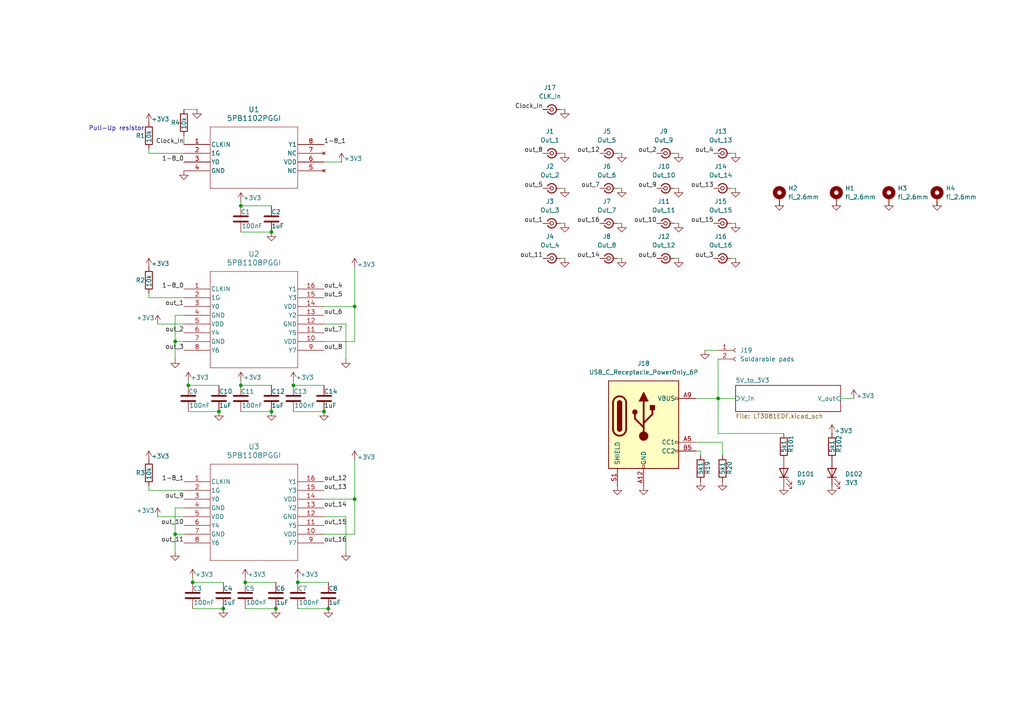
<source format=kicad_sch>
(kicad_sch (version 20250114) (generator "eeschema") (generator_version "9.0")
  (paper "A4")
  (title_block (title "16 Channels Clock Buffer") (date "2025-01-07") (rev "REV 0") (company "TU Darmstadt") (comment 1 "Author: Dr. Alexandru Enciu"))
  (lib_symbols
    (symbol "0_lib:5PB1102PGGI" (pin_names (offset 0.254))
      (property "Reference" "U" (at 20.32 10.16 0))
      (property "Value" "5PB1102PGGI" (at 20.32 7.62 0))
      (symbol "5PB1102PGGI_0_1"
        (polyline (pts (xy 7.62 5.08) (xy 7.62 -12.7)) (stroke (width 0.127)))
        (polyline (pts (xy 7.62 -12.7) (xy 33.02 -12.7)) (stroke (width 0.127)))
        (polyline (pts (xy 33.02 5.08) (xy 7.62 5.08)) (stroke (width 0.127)))
        (polyline (pts (xy 33.02 -12.7) (xy 33.02 5.08)) (stroke (width 0.127)))
        (pin input line (at 0 0 0) (length 7.62) (name "CLKIN") (number "1"))
        (pin input line (at 0 -2.54 0) (length 7.62) (name "1G") (number "2"))
        (pin output line (at 0 -5.08 0) (length 7.62) (name "Y0") (number "3"))
        (pin power_out line (at 0 -7.62 0) (length 7.62) (name "GND") (number "4"))
        (pin output line (at 40.64 0 180) (length 7.62) (name "Y1") (number "8"))
        (pin no_connect line (at 40.64 -2.54 180) (length 7.62) (name "NC") (number "7"))
        (pin power_in line (at 40.64 -5.08 180) (length 7.62) (name "VDD") (number "6"))
        (pin no_connect line (at 40.64 -7.62 180) (length 7.62) (name "NC") (number "5"))
      )
    )
    (symbol "0_lib:5PB1108PGGI" (pin_names (offset 0.254))
      (property "Reference" "U" (at 20.32 10.16 0))
      (property "Value" "5PB1108PGGI" (at 20.32 7.62 0))
      (symbol "5PB1108PGGI_0_1"
        (polyline (pts (xy 7.62 5.08) (xy 7.62 -22.86)) (stroke (width 0.127)))
        (polyline (pts (xy 7.62 -22.86) (xy 33.02 -22.86)) (stroke (width 0.127)))
        (polyline (pts (xy 33.02 5.08) (xy 7.62 5.08)) (stroke (width 0.127)))
        (polyline (pts (xy 33.02 -22.86) (xy 33.02 5.08)) (stroke (width 0.127)))
        (pin input line (at 0 0 0) (length 7.62) (name "CLKIN") (number "1"))
        (pin output line (at 0 -2.54 0) (length 7.62) (name "1G") (number "2"))
        (pin output line (at 0 -5.08 0) (length 7.62) (name "Y0") (number "3"))
        (pin power_out line (at 0 -7.62 0) (length 7.62) (name "GND") (number "4"))
        (pin power_in line (at 0 -10.16 0) (length 7.62) (name "VDD") (number "5"))
        (pin output line (at 0 -12.7 0) (length 7.62) (name "Y4") (number "6"))
        (pin power_out line (at 0 -15.24 0) (length 7.62) (name "GND") (number "7"))
        (pin output line (at 0 -17.78 0) (length 7.62) (name "Y6") (number "8"))
        (pin output line (at 40.64 0 180) (length 7.62) (name "Y1") (number "16"))
        (pin output line (at 40.64 -2.54 180) (length 7.62) (name "Y3") (number "15"))
        (pin power_in line (at 40.64 -5.08 180) (length 7.62) (name "VDD") (number "14"))
        (pin output line (at 40.64 -7.62 180) (length 7.62) (name "Y2") (number "13"))
        (pin power_out line (at 40.64 -10.16 180) (length 7.62) (name "GND") (number "12"))
        (pin output line (at 40.64 -12.7 180) (length 7.62) (name "Y5") (number "11"))
        (pin power_in line (at 40.64 -15.24 180) (length 7.62) (name "VDD") (number "10"))
        (pin output line (at 40.64 -17.78 180) (length 7.62) (name "Y7") (number "9"))
      )
    )
    (symbol "Connector:Conn_01x02_Socket" (pin_names (offset 1.016) (hide yes))
      (property "Reference" "J" (at 0 2.54 0))
      (property "Value" "Conn_01x02_Socket" (at 0 -5.08 0))
      (symbol "Conn_01x02_Socket_1_1"
        (polyline (pts (xy -1.27 0) (xy -0.508 0)) (stroke (width 0.1524)))
        (polyline (pts (xy -1.27 -2.54) (xy -0.508 -2.54)) (stroke (width 0.1524)))
        (arc (start 0 -0.508) (mid -0.5058 0) (end 0 0.508) (stroke (width 0.1524)))
        (arc (start 0 -3.048) (mid -0.5058 -2.54) (end 0 -2.032) (stroke (width 0.1524)))
        (pin passive line (at -5.08 0 0) (length 3.81) (name "Pin_1") (number "1"))
        (pin passive line (at -5.08 -2.54 0) (length 3.81) (name "Pin_2") (number "2"))
      )
    )
    (symbol "Connector:Conn_Coaxial_Small" (pin_numbers (hide yes)) (pin_names (offset 1.016) (hide yes))
      (property "Reference" "J" (at 0.254 3.048 0))
      (property "Value" "Conn_Coaxial_Small" (at 0 -3.81 0))
      (symbol "Conn_Coaxial_Small_0_1"
        (polyline (pts (xy -2.54 0) (xy -0.508 0)))
        (circle (center 0 0) (radius 0.508) (stroke (width 0.2032)))
      )
      (symbol "Conn_Coaxial_Small_1_1"
        (arc (start 1.3484 0.0039) (mid 0.327 -1.308) (end -1.1916 -0.6311) (stroke (width 0.3048)))
        (arc (start -1.1916 0.6311) (mid 0.327 1.3081) (end 1.3484 -0.0039) (stroke (width 0.3048)))
        (pin passive line (at -2.54 0 0) (length 1.27) (name "In") (number "1"))
        (pin passive line (at 2.54 0 180) (length 1.27) (name "Ext") (number "2"))
      )
    )
    (symbol "Connector:USB_C_Receptacle_PowerOnly_6P" (pin_names (offset 1.016))
      (property "Reference" "J" (at 0 16.51 0))
      (property "Value" "USB_C_Receptacle_PowerOnly_6P" (at 0 13.97 0))
      (symbol "USB_C_Receptacle_PowerOnly_6P_0_0"
        (rectangle (start -0.254 -12.7) (end 0.254 -11.684))
        (rectangle (start 10.16 7.874) (end 9.144 7.366))
        (rectangle (start 10.16 -4.826) (end 9.144 -5.334))
        (rectangle (start 10.16 -7.366) (end 9.144 -7.874))
      )
      (symbol "USB_C_Receptacle_PowerOnly_6P_0_1"
        (rectangle (start -10.16 12.7) (end 10.16 -12.7) (stroke (width 0.254)) (fill (type background)))
        (polyline (pts (xy -8.89 -1.27) (xy -8.89 6.35)) (stroke (width 0.508)))
        (rectangle (start -7.62 -1.27) (end -6.35 6.35) (stroke (width 0.254)) (fill (type outline)))
        (arc (start -7.62 6.35) (mid -6.985 6.9823) (end -6.35 6.35) (stroke (width 0.254)))
        (arc (start -7.62 6.35) (mid -6.985 6.9823) (end -6.35 6.35) (stroke (width 0.254)) (fill (type outline)))
        (arc (start -8.89 6.35) (mid -6.985 8.2467) (end -5.08 6.35) (stroke (width 0.508)))
        (arc (start -5.08 -1.27) (mid -6.985 -3.1667) (end -8.89 -1.27) (stroke (width 0.508)))
        (arc (start -6.35 -1.27) (mid -6.985 -1.9023) (end -7.62 -1.27) (stroke (width 0.254)))
        (arc (start -6.35 -1.27) (mid -6.985 -1.9023) (end -7.62 -1.27) (stroke (width 0.254)) (fill (type outline)))
        (polyline (pts (xy -5.08 6.35) (xy -5.08 -1.27)) (stroke (width 0.508)))
        (circle (center -2.54 3.683) (radius 0.635) (stroke (width 0.254)) (fill (type outline)))
        (polyline (pts (xy -1.27 6.858) (xy 0 9.398) (xy 1.27 6.858) (xy -1.27 6.858)) (stroke (width 0.254)) (fill (type outline)))
        (polyline (pts (xy 0 0.508) (xy 2.54 3.048) (xy 2.54 4.318)) (stroke (width 0.508)))
        (polyline (pts (xy 0 -0.762) (xy -2.54 1.778) (xy -2.54 3.048)) (stroke (width 0.508)))
        (polyline (pts (xy 0 -3.302) (xy 0 6.858)) (stroke (width 0.508)))
        (circle (center 0 -3.302) (radius 1.27) (fill (type outline)))
        (rectangle (start 1.905 4.318) (end 3.175 5.588) (stroke (width 0.254)) (fill (type outline)))
      )
      (symbol "USB_C_Receptacle_PowerOnly_6P_1_1"
        (pin passive line (at -7.62 -17.78 90) (length 5.08) (name "SHIELD") (number "S1"))
        (pin passive line (at 0 -17.78 90) (length 5.08) (name "GND") (number "A12"))
        (pin passive line (at 0 -17.78 90) (length 5.08) (hide yes) (name "GND") (number "B12"))
        (pin passive line (at 15.24 7.62 180) (length 5.08) (name "VBUS") (number "A9"))
        (pin passive line (at 15.24 7.62 180) (length 5.08) (hide yes) (name "VBUS") (number "B9"))
        (pin bidirectional line (at 15.24 -5.08 180) (length 5.08) (name "CC1") (number "A5"))
        (pin bidirectional line (at 15.24 -7.62 180) (length 5.08) (name "CC2") (number "B5"))
      )
    )
    (symbol "Device:C" (pin_numbers (hide yes)) (pin_names (offset 0.254))
      (property "Reference" "C" (at 0.635 2.54 0))
      (property "Value" "C" (at 0.635 -2.54 0))
      (symbol "C_0_1"
        (polyline (pts (xy -2.032 0.762) (xy 2.032 0.762)) (stroke (width 0.508)))
        (polyline (pts (xy -2.032 -0.762) (xy 2.032 -0.762)) (stroke (width 0.508)))
      )
      (symbol "C_1_1"
        (pin passive line (at 0 3.81 270) (length 2.794) (name "~") (number "1"))
        (pin passive line (at 0 -3.81 90) (length 2.794) (name "~") (number "2"))
      )
    )
    (symbol "Device:LED" (pin_numbers (hide yes)) (pin_names (offset 1.016) (hide yes))
      (property "Reference" "D" (at 0 2.54 0))
      (property "Value" "LED" (at 0 -2.54 0))
      (symbol "LED_0_1"
        (polyline (pts (xy -3.048 -0.762) (xy -4.572 -2.286) (xy -3.81 -2.286) (xy -4.572 -2.286) (xy -4.572 -1.524)))
        (polyline (pts (xy -1.778 -0.762) (xy -3.302 -2.286) (xy -2.54 -2.286) (xy -3.302 -2.286) (xy -3.302 -1.524)))
        (polyline (pts (xy -1.27 0) (xy 1.27 0)))
        (polyline (pts (xy -1.27 -1.27) (xy -1.27 1.27)) (stroke (width 0.254)))
        (polyline (pts (xy 1.27 -1.27) (xy 1.27 1.27) (xy -1.27 0) (xy 1.27 -1.27)) (stroke (width 0.254)))
      )
      (symbol "LED_1_1"
        (pin passive line (at -3.81 0 0) (length 2.54) (name "K") (number "1"))
        (pin passive line (at 3.81 0 180) (length 2.54) (name "A") (number "2"))
      )
    )
    (symbol "Device:R" (pin_numbers (hide yes)) (pin_names (offset 0))
      (property "Reference" "R" (at 2.032 0 90))
      (property "Value" "R" (at 0 0 90))
      (symbol "R_0_1"
        (rectangle (start -1.016 -2.54) (end 1.016 2.54) (stroke (width 0.254)))
      )
      (symbol "R_1_1"
        (pin passive line (at 0 3.81 270) (length 1.27) (name "~") (number "1"))
        (pin passive line (at 0 -3.81 90) (length 1.27) (name "~") (number "2"))
      )
    )
    (symbol "Mechanical:MountingHole_Pad" (pin_numbers (hide yes)) (pin_names (offset 1.016) (hide yes)) (in_bom no)
      (property "Reference" "H" (at 0 6.35 0))
      (property "Value" "MountingHole_Pad" (at 0 4.445 0))
      (symbol "MountingHole_Pad_0_1"
        (circle (center 0 1.27) (radius 1.27) (stroke (width 1.27)))
      )
      (symbol "MountingHole_Pad_1_1"
        (pin input line (at 0 -2.54 90) (length 2.54) (name "1") (number "1"))
      )
    )
    (symbol "power:+3V3" (power) (pin_numbers (hide yes)) (pin_names (offset 0) (hide yes))
      (property "Value" "+3V3" (at 0 3.556 0))
      (symbol "+3V3_0_1"
        (polyline (pts (xy -0.762 1.27) (xy 0 2.54)))
        (polyline (pts (xy 0 2.54) (xy 0.762 1.27)))
        (polyline (pts (xy 0 0) (xy 0 2.54)))
      )
      (symbol "+3V3_1_1"
        (pin power_in line (at 0 0 90) (length 0) (name "~") (number "1"))
      )
    )
    (symbol "power:GND" (power) (pin_numbers (hide yes)) (pin_names (offset 0) (hide yes))
      (property "Value" "GND" (at 0 -3.81 0))
      (symbol "GND_0_1"
        (polyline (pts (xy 0 0) (xy 0 -1.27) (xy 1.27 -1.27) (xy 0 -2.54) (xy -1.27 -1.27) (xy 0 -1.27)))
      )
      (symbol "GND_1_1"
        (pin power_in line (at 0 0 270) (length 0) (name "~") (number "1"))
      )
    )
  )
  (text "Pull-Up resistor" (at 33.782 37.338 0) (effects (font (size 1.27 1.27))))
  (junction (at 54.61 111.76))
  (junction (at 71.12 168.91))
  (junction (at 55.88 168.91))
  (junction (at 50.8 154.94))
  (junction (at 102.87 144.78))
  (junction (at 85.09 111.76))
  (junction (at 208.28 115.57))
  (junction (at 64.77 176.53))
  (junction (at 102.87 88.9))
  (junction (at 80.01 176.53))
  (junction (at 69.85 111.76))
  (junction (at 63.5 119.38))
  (junction (at 95.25 176.53))
  (junction (at 86.36 168.91))
  (junction (at 78.74 67.31))
  (junction (at 50.8 99.06))
  (junction (at 78.74 119.38))
  (junction (at 69.85 59.69))
  (junction (at 93.98 119.38))
  (wire (pts (xy 163.83 64.77) (xy 162.56 64.77)))
  (wire (pts (xy 102.87 88.9) (xy 102.87 99.06)))
  (wire (pts (xy 257.81 58.42) (xy 257.81 59.69)))
  (wire (pts (xy 243.84 115.57) (xy 247.65 115.57)))
  (wire (pts (xy 55.88 168.91) (xy 64.77 168.91)))
  (wire (pts (xy 69.85 67.31) (xy 78.74 67.31)))
  (wire (pts (xy 93.98 46.99) (xy 99.06 46.99)))
  (wire (pts (xy 163.83 31.75) (xy 162.56 31.75)))
  (wire (pts (xy 204.47 101.6) (xy 208.28 101.6)))
  (wire (pts (xy 208.28 104.14) (xy 208.28 115.57)))
  (wire (pts (xy 71.12 168.91) (xy 80.01 168.91)))
  (wire (pts (xy 180.34 44.45) (xy 179.07 44.45)))
  (wire (pts (xy 43.18 43.18) (xy 43.18 44.45)))
  (wire (pts (xy 85.09 111.76) (xy 93.98 111.76)))
  (wire (pts (xy 69.85 59.69) (xy 78.74 59.69)))
  (wire (pts (xy 201.93 128.27) (xy 209.55 128.27)))
  (wire (pts (xy 102.87 154.94) (xy 93.98 154.94)))
  (wire (pts (xy 71.12 167.64) (xy 71.12 168.91)))
  (wire (pts (xy 213.36 54.61) (xy 212.09 54.61)))
  (wire (pts (xy 50.8 154.94) (xy 53.34 154.94)))
  (wire (pts (xy 242.57 58.42) (xy 242.57 59.69)))
  (wire (pts (xy 54.61 111.76) (xy 63.5 111.76)))
  (wire (pts (xy 213.36 64.77) (xy 212.09 64.77)))
  (wire (pts (xy 50.8 147.32) (xy 50.8 154.94)))
  (wire (pts (xy 102.87 133.35) (xy 102.87 144.78)))
  (wire (pts (xy 50.8 99.06) (xy 50.8 104.14)))
  (wire (pts (xy 196.85 74.93) (xy 195.58 74.93)))
  (wire (pts (xy 100.33 149.86) (xy 93.98 149.86)))
  (wire (pts (xy 53.34 91.44) (xy 50.8 91.44)))
  (wire (pts (xy 213.36 44.45) (xy 212.09 44.45)))
  (wire (pts (xy 53.34 31.75) (xy 57.15 31.75)))
  (wire (pts (xy 227.33 125.73) (xy 208.28 125.73)))
  (wire (pts (xy 69.85 111.76) (xy 78.74 111.76)))
  (wire (pts (xy 43.18 44.45) (xy 53.34 44.45)))
  (wire (pts (xy 180.34 54.61) (xy 179.07 54.61)))
  (wire (pts (xy 69.85 119.38) (xy 78.74 119.38)))
  (wire (pts (xy 163.83 74.93) (xy 162.56 74.93)))
  (wire (pts (xy 100.33 93.98) (xy 93.98 93.98)))
  (wire (pts (xy 53.34 39.37) (xy 53.34 41.91)))
  (wire (pts (xy 208.28 125.73) (xy 208.28 115.57)))
  (wire (pts (xy 102.87 99.06) (xy 93.98 99.06)))
  (wire (pts (xy 53.34 142.24) (xy 43.18 142.24)))
  (wire (pts (xy 196.85 54.61) (xy 195.58 54.61)))
  (wire (pts (xy 201.93 115.57) (xy 208.28 115.57)))
  (wire (pts (xy 53.34 86.36) (xy 43.18 86.36)))
  (wire (pts (xy 53.34 147.32) (xy 50.8 147.32)))
  (wire (pts (xy 180.34 74.93) (xy 179.07 74.93)))
  (wire (pts (xy 163.83 54.61) (xy 162.56 54.61)))
  (wire (pts (xy 180.34 64.77) (xy 179.07 64.77)))
  (wire (pts (xy 86.36 167.64) (xy 86.36 168.91)))
  (wire (pts (xy 203.2 130.81) (xy 203.2 132.08)))
  (wire (pts (xy 43.18 140.97) (xy 43.18 142.24)))
  (wire (pts (xy 45.72 149.86) (xy 53.34 149.86)))
  (wire (pts (xy 93.98 88.9) (xy 102.87 88.9)))
  (wire (pts (xy 163.83 44.45) (xy 162.56 44.45)))
  (wire (pts (xy 226.06 58.42) (xy 226.06 59.69)))
  (wire (pts (xy 69.85 58.42) (xy 69.85 59.69)))
  (wire (pts (xy 50.8 154.94) (xy 50.8 160.02)))
  (wire (pts (xy 54.61 110.49) (xy 54.61 111.76)))
  (wire (pts (xy 213.36 74.93) (xy 212.09 74.93)))
  (wire (pts (xy 100.33 160.02) (xy 100.33 149.86)))
  (wire (pts (xy 86.36 168.91) (xy 95.25 168.91)))
  (wire (pts (xy 196.85 64.77) (xy 195.58 64.77)))
  (wire (pts (xy 102.87 77.47) (xy 102.87 88.9)))
  (wire (pts (xy 102.87 144.78) (xy 102.87 154.94)))
  (wire (pts (xy 50.8 99.06) (xy 53.34 99.06)))
  (wire (pts (xy 55.88 167.64) (xy 55.88 168.91)))
  (wire (pts (xy 196.85 44.45) (xy 195.58 44.45)))
  (wire (pts (xy 50.8 91.44) (xy 50.8 99.06)))
  (wire (pts (xy 43.18 85.09) (xy 43.18 86.36)))
  (wire (pts (xy 54.61 119.38) (xy 63.5 119.38)))
  (wire (pts (xy 55.88 176.53) (xy 64.77 176.53)))
  (wire (pts (xy 100.33 104.14) (xy 100.33 93.98)))
  (wire (pts (xy 45.72 93.98) (xy 53.34 93.98)))
  (wire (pts (xy 86.36 176.53) (xy 95.25 176.53)))
  (wire (pts (xy 201.93 130.81) (xy 203.2 130.81)))
  (wire (pts (xy 71.12 176.53) (xy 80.01 176.53)))
  (wire (pts (xy 85.09 119.38) (xy 93.98 119.38)))
  (wire (pts (xy 271.78 58.42) (xy 271.78 59.69)))
  (wire (pts (xy 85.09 110.49) (xy 85.09 111.76)))
  (wire (pts (xy 208.28 115.57) (xy 213.36 115.57)))
  (wire (pts (xy 209.55 128.27) (xy 209.55 132.08)))
  (wire (pts (xy 69.85 110.49) (xy 69.85 111.76)))
  (wire (pts (xy 93.98 144.78) (xy 102.87 144.78)))
  (label "out_2" (at 53.34 96.52 180))
  (label "Clock_In" (at 53.34 41.91 180))
  (label "out_8" (at 157.48 44.45 180))
  (label "out_3" (at 53.34 101.6 180))
  (label "out_12" (at 93.98 139.7 0))
  (label "out_11" (at 157.48 74.93 180))
  (label "out_1" (at 157.48 64.77 180))
  (label "1-8_1" (at 53.34 139.7 180))
  (label "out_4" (at 207.01 44.45 180))
  (label "out_8" (at 93.98 101.6 0))
  (label "out_11" (at 53.34 157.48 180))
  (label "1-8_0" (at 53.34 46.99 180))
  (label "out_10" (at 190.5 64.77 180))
  (label "out_10" (at 53.34 152.4 180))
  (label "out_9" (at 53.34 144.78 180))
  (label "out_4" (at 93.98 83.82 0))
  (label "out_2" (at 190.5 44.45 180))
  (label "out_12" (at 173.99 44.45 180))
  (label "out_16" (at 173.99 64.77 180))
  (label "1-8_1" (at 93.98 41.91 0))
  (label "Clock_In" (at 157.48 31.75 180))
  (label "out_14" (at 93.98 147.32 0))
  (label "out_7" (at 173.99 54.61 180))
  (label "out_16" (at 93.98 157.48 0))
  (label "out_6" (at 93.98 91.44 0))
  (label "out_14" (at 173.99 74.93 180))
  (label "out_15" (at 207.01 64.77 180))
  (label "out_3" (at 207.01 74.93 180))
  (label "out_5" (at 93.98 86.36 0))
  (label "out_1" (at 53.34 88.9 180))
  (label "out_5" (at 157.48 54.61 180))
  (label "out_9" (at 190.5 54.61 180))
  (label "out_13" (at 93.98 142.24 0))
  (label "1-8_0" (at 53.34 83.82 180))
  (label "out_6" (at 190.5 74.93 180))
  (label "out_13" (at 207.01 54.61 180))
  (label "out_15" (at 93.98 152.4 0))
  (label "out_7" (at 93.98 96.52 0))
  (symbol (lib_id "Device:C") (at 86.36 172.72 0) (unit 1)
    (property "Reference" "C7" (at 86.36 170.688 0) (effects (justify left)))
    (property "Value" "100nF" (at 86.614 174.752 0) (effects (justify left)))
    (property "Footprint" "Capacitor_SMD:C_0402_1005Metric" (effects (hide yes)))
    (property "Description" "Unpolarized capacitor" (effects (hide yes)))
  )
  (symbol (lib_id "power:GND") (at 204.47 101.6 0) (unit 1)
    (property "Reference" "#PWR050" (effects (hide yes)))
    (property "Value" "GND" (effects (hide yes)))
    (property "Description" "Power symbol creates a global label with name \"GND\" , ground" (effects (hide yes)))
  )
  (symbol (lib_id "Device:R") (at 209.55 135.89 0) (unit 1)
    (property "Reference" "R20" (at 211.582 137.668 90) (effects (justify left)))
    (property "Value" "5k1" (at 209.55 137.668 90) (effects (justify left)))
    (property "Footprint" "Resistor_SMD:R_0402_1005Metric" (effects (hide yes)))
    (property "Description" "Resistor" (effects (hide yes)))
  )
  (symbol (lib_id "Device:C") (at 85.09 115.57 0) (unit 1)
    (property "Reference" "C13" (at 85.09 113.538 0) (effects (justify left)))
    (property "Value" "100nF" (at 85.344 117.602 0) (effects (justify left)))
    (property "Footprint" "Capacitor_SMD:C_0402_1005Metric" (effects (hide yes)))
    (property "Description" "Unpolarized capacitor" (effects (hide yes)))
  )
  (symbol (lib_id "Connector:Conn_Coaxial_Small") (at 160.02 44.45 0) (unit 1)
    (property "Reference" "J1" (at 159.5004 38.1 0))
    (property "Value" "Out_1" (at 159.5004 40.64 0))
    (property "Footprint" "0_lib:LINX_CONMCX002-SMD-T" (effects (hide yes)))
    (property "Description" "small coaxial connector (BNC, SMA, SMB, SMC, Cinch/RCA, LEMO, ...)" (effects (hide yes)))
  )
  (symbol (lib_id "power:GND") (at 80.01 176.53 0) (unit 1)
    (property "Reference" "#PWR019" (effects (hide yes)))
    (property "Value" "GND" (effects (hide yes)))
    (property "Description" "Power symbol creates a global label with name \"GND\" , ground" (effects (hide yes)))
  )
  (symbol (lib_id "power:GND") (at 50.8 104.14 0) (unit 1)
    (property "Reference" "#PWR06" (effects (hide yes)))
    (property "Value" "GND" (effects (hide yes)))
    (property "Description" "Power symbol creates a global label with name \"GND\" , ground" (effects (hide yes)))
  )
  (symbol (lib_id "Device:C") (at 71.12 172.72 0) (unit 1)
    (property "Reference" "C5" (at 71.12 170.688 0) (effects (justify left)))
    (property "Value" "100nF" (at 71.374 174.752 0) (effects (justify left)))
    (property "Footprint" "Capacitor_SMD:C_0402_1005Metric" (effects (hide yes)))
    (property "Description" "Unpolarized capacitor" (effects (hide yes)))
  )
  (symbol (lib_id "power:GND") (at 213.36 44.45 0) (unit 1)
    (property "Reference" "#PWR040" (effects (hide yes)))
    (property "Value" "GND" (effects (hide yes)))
    (property "Description" "Power symbol creates a global label with name \"GND\" , ground" (effects (hide yes)))
  )
  (symbol (lib_id "power:+3V3") (at 43.18 133.35 0) (unit 1)
    (property "Reference" "#PWR011" (effects (hide yes)))
    (property "Value" "+3V3" (at 46.482 132.334 0))
    (property "Description" "Power symbol creates a global label with name \"+3V3\"" (effects (hide yes)))
  )
  (symbol (lib_id "power:+3V3") (at 241.3 125.73 0) (unit 1)
    (property "Reference" "#PWR0108" (effects (hide yes)))
    (property "Value" "+3V3" (at 244.602 124.968 0))
    (property "Description" "Power symbol creates a global label with name \"+3V3\"" (effects (hide yes)))
  )
  (symbol (lib_id "power:GND") (at 180.34 74.93 0) (unit 1)
    (property "Reference" "#PWR035" (effects (hide yes)))
    (property "Value" "GND" (effects (hide yes)))
    (property "Description" "Power symbol creates a global label with name \"GND\" , ground" (effects (hide yes)))
  )
  (symbol (lib_id "Device:R") (at 241.3 129.54 0) (unit 1)
    (property "Reference" "R102" (at 243.332 131.318 90) (effects (justify left)))
    (property "Value" "5k1" (at 241.3 131.318 90) (effects (justify left)))
    (property "Footprint" "Resistor_SMD:R_0402_1005Metric" (effects (hide yes)))
    (property "Description" "Resistor" (effects (hide yes)))
  )
  (symbol (lib_id "Mechanical:MountingHole_Pad") (at 271.78 57.15 0) (unit 1) (in_bom no)
    (property "Reference" "H4" (at 274.32 54.6099 0) (effects (justify left)))
    (property "Value" "fi_2.6mm" (at 274.32 57.1499 0) (effects (justify left)))
    (property "Footprint" "MountingHole:MountingHole_2.7mm_M2.5_Pad_Via" (effects (hide yes)))
    (property "Description" "Mounting Hole with connection" (effects (hide yes)))
  )
  (symbol (lib_id "Connector:Conn_Coaxial_Small") (at 193.04 44.45 0) (unit 1)
    (property "Reference" "J9" (at 192.5204 38.1 0))
    (property "Value" "Out_9" (at 192.5204 40.64 0))
    (property "Footprint" "0_lib:LINX_CONMCX002-SMD-T" (effects (hide yes)))
    (property "Description" "small coaxial connector (BNC, SMA, SMB, SMC, Cinch/RCA, LEMO, ...)" (effects (hide yes)))
  )
  (symbol (lib_id "Device:LED") (at 241.3 137.16 90) (unit 1)
    (property "Reference" "D102" (at 245.11 137.4774 90) (effects (justify right)))
    (property "Value" "3V3" (at 245.11 140.0174 90) (effects (justify right)))
    (property "Footprint" "LED_SMD:LED_0603_1608Metric" (effects (hide yes)))
    (property "Description" "Light emitting diode" (effects (hide yes)))
    (property "Sim.Pins" "1=K 2=A" (effects (hide yes)))
  )
  (symbol (lib_id "power:GND") (at 179.07 140.97 0) (unit 1)
    (property "Reference" "#PWR0104" (effects (hide yes)))
    (property "Value" "GND" (effects (hide yes)))
    (property "Description" "Power symbol creates a global label with name \"GND\" , ground" (effects (hide yes)))
  )
  (symbol (lib_id "Connector:USB_C_Receptacle_PowerOnly_6P") (at 186.69 123.19 0) (unit 1)
    (property "Reference" "J18" (at 186.69 105.41 0))
    (property "Value" "USB_C_Receptacle_PowerOnly_6P" (at 186.69 107.95 0))
    (property "Footprint" "0_lib:CONN6_USB4125_GCT" (effects (hide yes)))
    (property "Datasheet" "https://www.usb.org/sites/default/files/documents/usb_type-c.zip" (effects (hide yes)))
    (property "Description" "USB Power-Only 6P Type-C Receptacle connector" (effects (hide yes)))
  )
  (symbol (lib_id "power:GND") (at 163.83 54.61 0) (unit 1)
    (property "Reference" "#PWR029" (effects (hide yes)))
    (property "Value" "GND" (effects (hide yes)))
    (property "Description" "Power symbol creates a global label with name \"GND\" , ground" (effects (hide yes)))
  )
  (symbol (lib_id "Device:C") (at 64.77 172.72 0) (unit 1)
    (property "Reference" "C4" (at 64.77 170.688 0) (effects (justify left)))
    (property "Value" "1uF" (at 64.77 174.752 0) (effects (justify left)))
    (property "Footprint" "Capacitor_SMD:C_0402_1005Metric" (effects (hide yes)))
    (property "Description" "Unpolarized capacitor" (effects (hide yes)))
  )
  (symbol (lib_id "Connector:Conn_Coaxial_Small") (at 176.53 74.93 0) (unit 1)
    (property "Reference" "J8" (at 176.0104 68.58 0))
    (property "Value" "Out_8" (at 176.0104 71.12 0))
    (property "Footprint" "0_lib:LINX_CONMCX002-SMD-T" (effects (hide yes)))
    (property "Description" "small coaxial connector (BNC, SMA, SMB, SMC, Cinch/RCA, LEMO, ...)" (effects (hide yes)))
  )
  (symbol (lib_id "Connector:Conn_Coaxial_Small") (at 193.04 74.93 0) (unit 1)
    (property "Reference" "J12" (at 192.5204 68.58 0))
    (property "Value" "Out_12" (at 192.5204 71.12 0))
    (property "Footprint" "0_lib:LINX_CONMCX002-SMD-T" (effects (hide yes)))
    (property "Description" "small coaxial connector (BNC, SMA, SMB, SMC, Cinch/RCA, LEMO, ...)" (effects (hide yes)))
  )
  (symbol (lib_id "power:+3V3") (at 102.87 133.35 0) (unit 1)
    (property "Reference" "#PWR015" (effects (hide yes)))
    (property "Value" "+3V3" (at 106.172 132.588 0))
    (property "Description" "Power symbol creates a global label with name \"+3V3\"" (effects (hide yes)))
  )
  (symbol (lib_id "power:+3V3") (at 86.36 167.64 0) (unit 1)
    (property "Reference" "#PWR020" (effects (hide yes)))
    (property "Value" "+3V3" (at 89.662 166.624 0))
    (property "Description" "Power symbol creates a global label with name \"+3V3\"" (effects (hide yes)))
  )
  (symbol (lib_id "power:GND") (at 63.5 119.38 0) (unit 1)
    (property "Reference" "#PWR023" (effects (hide yes)))
    (property "Value" "GND" (effects (hide yes)))
    (property "Description" "Power symbol creates a global label with name \"GND\" , ground" (effects (hide yes)))
  )
  (symbol (lib_id "power:+3V3") (at 71.12 167.64 0) (unit 1)
    (property "Reference" "#PWR018" (effects (hide yes)))
    (property "Value" "+3V3" (at 74.422 166.624 0))
    (property "Description" "Power symbol creates a global label with name \"+3V3\"" (effects (hide yes)))
  )
  (symbol (lib_id "power:+3V3") (at 45.72 93.98 0) (unit 1)
    (property "Reference" "#PWR04" (effects (hide yes)))
    (property "Value" "+3V3" (at 42.164 92.202 0))
    (property "Description" "Power symbol creates a global label with name \"+3V3\"" (effects (hide yes)))
  )
  (symbol (lib_id "0_lib:5PB1108PGGI") (at 53.34 83.82 0) (unit 1)
    (property "Reference" "U2" (at 73.66 73.66 0) (effects (font (size 1.524 1.524))))
    (property "Value" "5PB1108PGGI" (at 73.66 76.2 0) (effects (font (size 1.524 1.524))))
    (property "Footprint" "0_lib:5PB1108PGGI_REN" (effects (hide yes)))
    (property "Datasheet" "5PB1108PGGI" (effects (hide yes)))
  )
  (symbol (lib_id "power:+3V3") (at 247.65 115.57 0) (unit 1)
    (property "Reference" "#PWR0107" (effects (hide yes)))
    (property "Value" "+3V3" (at 250.952 114.808 0))
    (property "Description" "Power symbol creates a global label with name \"+3V3\"" (effects (hide yes)))
  )
  (symbol (lib_id "Device:LED") (at 227.33 137.16 90) (unit 1)
    (property "Reference" "D101" (at 231.14 137.4774 90) (effects (justify right)))
    (property "Value" "5V" (at 231.14 140.0174 90) (effects (justify right)))
    (property "Footprint" "LED_SMD:LED_0603_1608Metric" (effects (hide yes)))
    (property "Description" "Light emitting diode" (effects (hide yes)))
    (property "Sim.Pins" "1=K 2=A" (effects (hide yes)))
  )
  (symbol (lib_id "power:GND") (at 95.25 176.53 0) (unit 1)
    (property "Reference" "#PWR021" (effects (hide yes)))
    (property "Value" "GND" (effects (hide yes)))
    (property "Description" "Power symbol creates a global label with name \"GND\" , ground" (effects (hide yes)))
  )
  (symbol (lib_id "Connector:Conn_Coaxial_Small") (at 209.55 64.77 0) (unit 1)
    (property "Reference" "J15" (at 209.0304 58.42 0))
    (property "Value" "Out_15" (at 209.0304 60.96 0))
    (property "Footprint" "0_lib:LINX_CONMCX002-SMD-T" (effects (hide yes)))
    (property "Description" "small coaxial connector (BNC, SMA, SMB, SMC, Cinch/RCA, LEMO, ...)" (effects (hide yes)))
  )
  (symbol (lib_id "power:GND") (at 163.83 31.75 0) (unit 1)
    (property "Reference" "#PWR044" (effects (hide yes)))
    (property "Value" "GND" (effects (hide yes)))
    (property "Description" "Power symbol creates a global label with name \"GND\" , ground" (effects (hide yes)))
  )
  (symbol (lib_id "power:GND") (at 100.33 104.14 0) (unit 1)
    (property "Reference" "#PWR07" (effects (hide yes)))
    (property "Value" "GND" (effects (hide yes)))
    (property "Description" "Power symbol creates a global label with name \"GND\" , ground" (effects (hide yes)))
  )
  (symbol (lib_id "power:+3V3") (at 69.85 110.49 0) (unit 1)
    (property "Reference" "#PWR024" (effects (hide yes)))
    (property "Value" "+3V3" (at 73.152 109.474 0))
    (property "Description" "Power symbol creates a global label with name \"+3V3\"" (effects (hide yes)))
  )
  (symbol (lib_id "power:GND") (at 227.33 140.97 0) (unit 1)
    (property "Reference" "#PWR0103" (effects (hide yes)))
    (property "Value" "GND" (effects (hide yes)))
    (property "Description" "Power symbol creates a global label with name \"GND\" , ground" (effects (hide yes)))
  )
  (symbol (lib_id "power:GND") (at 226.06 58.42 0) (unit 1)
    (property "Reference" "#PWR046" (effects (hide yes)))
    (property "Value" "GND" (effects (hide yes)))
    (property "Description" "Power symbol creates a global label with name \"GND\" , ground" (effects (hide yes)))
  )
  (symbol (lib_id "power:GND") (at 196.85 44.45 0) (unit 1)
    (property "Reference" "#PWR036" (effects (hide yes)))
    (property "Value" "GND" (effects (hide yes)))
    (property "Description" "Power symbol creates a global label with name \"GND\" , ground" (effects (hide yes)))
  )
  (symbol (lib_id "Connector:Conn_Coaxial_Small") (at 160.02 64.77 0) (unit 1)
    (property "Reference" "J3" (at 159.5004 58.42 0))
    (property "Value" "Out_3" (at 159.5004 60.96 0))
    (property "Footprint" "0_lib:LINX_CONMCX002-SMD-T" (effects (hide yes)))
    (property "Description" "small coaxial connector (BNC, SMA, SMB, SMC, Cinch/RCA, LEMO, ...)" (effects (hide yes)))
  )
  (symbol (lib_id "power:GND") (at 209.55 139.7 0) (unit 1)
    (property "Reference" "#PWR0102" (effects (hide yes)))
    (property "Value" "GND" (effects (hide yes)))
    (property "Description" "Power symbol creates a global label with name \"GND\" , ground" (effects (hide yes)))
  )
  (symbol (lib_id "power:+3V3") (at 85.09 110.49 0) (unit 1)
    (property "Reference" "#PWR026" (effects (hide yes)))
    (property "Value" "+3V3" (at 88.392 109.474 0))
    (property "Description" "Power symbol creates a global label with name \"+3V3\"" (effects (hide yes)))
  )
  (symbol (lib_id "Device:C") (at 69.85 115.57 0) (unit 1)
    (property "Reference" "C11" (at 69.85 113.538 0) (effects (justify left)))
    (property "Value" "100nF" (at 70.104 117.602 0) (effects (justify left)))
    (property "Footprint" "Capacitor_SMD:C_0402_1005Metric" (effects (hide yes)))
    (property "Description" "Unpolarized capacitor" (effects (hide yes)))
  )
  (symbol (lib_id "Device:C") (at 95.25 172.72 0) (unit 1)
    (property "Reference" "C8" (at 95.25 170.688 0) (effects (justify left)))
    (property "Value" "1uF" (at 95.25 174.752 0) (effects (justify left)))
    (property "Footprint" "Capacitor_SMD:C_0402_1005Metric" (effects (hide yes)))
    (property "Description" "Unpolarized capacitor" (effects (hide yes)))
  )
  (symbol (lib_id "Connector:Conn_Coaxial_Small") (at 193.04 64.77 0) (unit 1)
    (property "Reference" "J11" (at 192.5204 58.42 0))
    (property "Value" "Out_11" (at 192.5204 60.96 0))
    (property "Footprint" "0_lib:LINX_CONMCX002-SMD-T" (effects (hide yes)))
    (property "Description" "small coaxial connector (BNC, SMA, SMB, SMC, Cinch/RCA, LEMO, ...)" (effects (hide yes)))
  )
  (symbol (lib_id "power:GND") (at 196.85 74.93 0) (unit 1)
    (property "Reference" "#PWR039" (effects (hide yes)))
    (property "Value" "GND" (effects (hide yes)))
    (property "Description" "Power symbol creates a global label with name \"GND\" , ground" (effects (hide yes)))
  )
  (symbol (lib_id "Device:R") (at 43.18 81.28 0) (unit 1)
    (property "Reference" "R2" (at 39.37 81.28 0) (effects (justify left)))
    (property "Value" "10k" (at 43.18 83.312 90) (effects (justify left)))
    (property "Footprint" "Resistor_SMD:R_0402_1005Metric" (effects (hide yes)))
    (property "Description" "Resistor" (effects (hide yes)))
  )
  (symbol (lib_id "Connector:Conn_Coaxial_Small") (at 176.53 64.77 0) (unit 1)
    (property "Reference" "J7" (at 176.0104 58.42 0))
    (property "Value" "Out_7" (at 176.0104 60.96 0))
    (property "Footprint" "0_lib:LINX_CONMCX002-SMD-T" (effects (hide yes)))
    (property "Description" "small coaxial connector (BNC, SMA, SMB, SMC, Cinch/RCA, LEMO, ...)" (effects (hide yes)))
  )
  (symbol (lib_id "power:+3V3") (at 54.61 110.49 0) (unit 1)
    (property "Reference" "#PWR022" (effects (hide yes)))
    (property "Value" "+3V3" (at 57.912 109.474 0))
    (property "Description" "Power symbol creates a global label with name \"+3V3\"" (effects (hide yes)))
  )
  (symbol (lib_id "power:GND") (at 213.36 74.93 0) (unit 1)
    (property "Reference" "#PWR043" (effects (hide yes)))
    (property "Value" "GND" (effects (hide yes)))
    (property "Description" "Power symbol creates a global label with name \"GND\" , ground" (effects (hide yes)))
  )
  (symbol (lib_id "power:GND") (at 241.3 140.97 0) (unit 1)
    (property "Reference" "#PWR0106" (effects (hide yes)))
    (property "Value" "GND" (effects (hide yes)))
    (property "Description" "Power symbol creates a global label with name \"GND\" , ground" (effects (hide yes)))
  )
  (symbol (lib_id "power:+3V3") (at 45.72 149.86 0) (unit 1)
    (property "Reference" "#PWR012" (effects (hide yes)))
    (property "Value" "+3V3" (at 42.164 148.082 0))
    (property "Description" "Power symbol creates a global label with name \"+3V3\"" (effects (hide yes)))
  )
  (symbol (lib_id "0_lib:5PB1108PGGI") (at 53.34 139.7 0) (unit 1)
    (property "Reference" "U3" (at 73.66 129.54 0) (effects (font (size 1.524 1.524))))
    (property "Value" "5PB1108PGGI" (at 73.66 132.08 0) (effects (font (size 1.524 1.524))))
    (property "Footprint" "0_lib:5PB1108PGGI_REN" (effects (hide yes)))
    (property "Datasheet" "5PB1108PGGI" (effects (hide yes)))
  )
  (symbol (lib_id "Mechanical:MountingHole_Pad") (at 242.57 57.15 0) (unit 1) (in_bom no)
    (property "Reference" "H1" (at 245.11 54.6099 0) (effects (justify left)))
    (property "Value" "fi_2.6mm" (at 245.11 57.1499 0) (effects (justify left)))
    (property "Footprint" "MountingHole:MountingHole_2.7mm_M2.5_Pad_Via" (effects (hide yes)))
    (property "Description" "Mounting Hole with connection" (effects (hide yes)))
  )
  (symbol (lib_id "Connector:Conn_Coaxial_Small") (at 160.02 74.93 0) (unit 1)
    (property "Reference" "J4" (at 159.5004 68.58 0))
    (property "Value" "Out_4" (at 159.5004 71.12 0))
    (property "Footprint" "0_lib:LINX_CONMCX002-SMD-T" (effects (hide yes)))
    (property "Description" "small coaxial connector (BNC, SMA, SMB, SMC, Cinch/RCA, LEMO, ...)" (effects (hide yes)))
  )
  (symbol (lib_id "power:GND") (at 163.83 74.93 0) (unit 1)
    (property "Reference" "#PWR031" (effects (hide yes)))
    (property "Value" "GND" (effects (hide yes)))
    (property "Description" "Power symbol creates a global label with name \"GND\" , ground" (effects (hide yes)))
  )
  (symbol (lib_id "Connector:Conn_Coaxial_Small") (at 160.02 54.61 0) (unit 1)
    (property "Reference" "J2" (at 159.5004 48.26 0))
    (property "Value" "Out_2" (at 159.5004 50.8 0))
    (property "Footprint" "0_lib:LINX_CONMCX002-SMD-T" (effects (hide yes)))
    (property "Description" "small coaxial connector (BNC, SMA, SMB, SMC, Cinch/RCA, LEMO, ...)" (effects (hide yes)))
  )
  (symbol (lib_id "0_lib:5PB1102PGGI") (at 53.34 41.91 0) (unit 1)
    (property "Reference" "U1" (at 73.66 31.75 0) (effects (font (size 1.524 1.524))))
    (property "Value" "5PB1102PGGI" (at 73.66 34.29 0) (effects (font (size 1.524 1.524))))
    (property "Footprint" "0_lib:5PB1102PGGI" (effects (hide yes)))
    (property "Datasheet" "5PB1102PGGI" (effects (hide yes)))
  )
  (symbol (lib_id "Connector:Conn_Coaxial_Small") (at 160.02 31.75 0) (unit 1)
    (property "Reference" "J17" (at 159.5004 25.4 0))
    (property "Value" "CLK_In" (at 159.5004 27.94 0))
    (property "Footprint" "0_lib:LINX_CONMCX002-SMD-T" (effects (hide yes)))
    (property "Description" "small coaxial connector (BNC, SMA, SMB, SMC, Cinch/RCA, LEMO, ...)" (effects (hide yes)))
  )
  (symbol (lib_id "power:GND") (at 180.34 54.61 0) (unit 1)
    (property "Reference" "#PWR033" (effects (hide yes)))
    (property "Value" "GND" (effects (hide yes)))
    (property "Description" "Power symbol creates a global label with name \"GND\" , ground" (effects (hide yes)))
  )
  (symbol (lib_id "Device:C") (at 78.74 115.57 0) (unit 1)
    (property "Reference" "C12" (at 78.74 113.538 0) (effects (justify left)))
    (property "Value" "1uF" (at 78.74 117.602 0) (effects (justify left)))
    (property "Footprint" "Capacitor_SMD:C_0402_1005Metric" (effects (hide yes)))
    (property "Description" "Unpolarized capacitor" (effects (hide yes)))
  )
  (symbol (lib_id "power:GND") (at 196.85 64.77 0) (unit 1)
    (property "Reference" "#PWR038" (effects (hide yes)))
    (property "Value" "GND" (effects (hide yes)))
    (property "Description" "Power symbol creates a global label with name \"GND\" , ground" (effects (hide yes)))
  )
  (symbol (lib_id "power:GND") (at 271.78 58.42 0) (unit 1)
    (property "Reference" "#PWR049" (effects (hide yes)))
    (property "Value" "GND" (effects (hide yes)))
    (property "Description" "Power symbol creates a global label with name \"GND\" , ground" (effects (hide yes)))
  )
  (symbol (lib_id "power:+3V3") (at 43.18 35.56 0) (unit 1)
    (property "Reference" "#PWR01" (effects (hide yes)))
    (property "Value" "+3V3" (at 46.482 34.544 0))
    (property "Description" "Power symbol creates a global label with name \"+3V3\"" (effects (hide yes)))
  )
  (symbol (lib_id "power:GND") (at 64.77 176.53 0) (unit 1)
    (property "Reference" "#PWR017" (effects (hide yes)))
    (property "Value" "GND" (effects (hide yes)))
    (property "Description" "Power symbol creates a global label with name \"GND\" , ground" (effects (hide yes)))
  )
  (symbol (lib_id "power:GND") (at 213.36 64.77 0) (unit 1)
    (property "Reference" "#PWR042" (effects (hide yes)))
    (property "Value" "GND" (effects (hide yes)))
    (property "Description" "Power symbol creates a global label with name \"GND\" , ground" (effects (hide yes)))
  )
  (symbol (lib_id "Device:R") (at 227.33 129.54 0) (unit 1)
    (property "Reference" "R101" (at 229.362 131.318 90) (effects (justify left)))
    (property "Value" "5k1" (at 227.33 131.318 90) (effects (justify left)))
    (property "Footprint" "Resistor_SMD:R_0402_1005Metric" (effects (hide yes)))
    (property "Description" "Resistor" (effects (hide yes)))
  )
  (symbol (lib_id "power:GND") (at 93.98 119.38 0) (unit 1)
    (property "Reference" "#PWR027" (effects (hide yes)))
    (property "Value" "GND" (effects (hide yes)))
    (property "Description" "Power symbol creates a global label with name \"GND\" , ground" (effects (hide yes)))
  )
  (symbol (lib_id "power:GND") (at 242.57 58.42 0) (unit 1)
    (property "Reference" "#PWR047" (effects (hide yes)))
    (property "Value" "GND" (effects (hide yes)))
    (property "Description" "Power symbol creates a global label with name \"GND\" , ground" (effects (hide yes)))
  )
  (symbol (lib_id "Device:C") (at 93.98 115.57 0) (unit 1)
    (property "Reference" "C14" (at 93.98 113.538 0) (effects (justify left)))
    (property "Value" "1uF" (at 93.98 117.602 0) (effects (justify left)))
    (property "Footprint" "Capacitor_SMD:C_0402_1005Metric" (effects (hide yes)))
    (property "Description" "Unpolarized capacitor" (effects (hide yes)))
  )
  (symbol (lib_id "power:GND") (at 196.85 54.61 0) (unit 1)
    (property "Reference" "#PWR037" (effects (hide yes)))
    (property "Value" "GND" (effects (hide yes)))
    (property "Description" "Power symbol creates a global label with name \"GND\" , ground" (effects (hide yes)))
  )
  (symbol (lib_id "power:GND") (at 180.34 44.45 0) (unit 1)
    (property "Reference" "#PWR032" (effects (hide yes)))
    (property "Value" "GND" (effects (hide yes)))
    (property "Description" "Power symbol creates a global label with name \"GND\" , ground" (effects (hide yes)))
  )
  (symbol (lib_id "Device:R") (at 53.34 35.56 0) (unit 1)
    (property "Reference" "R4" (at 49.53 35.56 0) (effects (justify left)))
    (property "Value" "10k" (at 53.34 37.592 90) (effects (justify left)))
    (property "Footprint" "Resistor_SMD:R_0402_1005Metric" (effects (hide yes)))
    (property "Description" "Resistor" (effects (hide yes)))
  )
  (symbol (lib_id "power:+3V3") (at 102.87 77.47 0) (unit 1)
    (property "Reference" "#PWR05" (effects (hide yes)))
    (property "Value" "+3V3" (at 106.172 76.708 0))
    (property "Description" "Power symbol creates a global label with name \"+3V3\"" (effects (hide yes)))
  )
  (symbol (lib_id "Device:C") (at 80.01 172.72 0) (unit 1)
    (property "Reference" "C6" (at 80.01 170.688 0) (effects (justify left)))
    (property "Value" "1uF" (at 80.01 174.752 0) (effects (justify left)))
    (property "Footprint" "Capacitor_SMD:C_0402_1005Metric" (effects (hide yes)))
    (property "Description" "Unpolarized capacitor" (effects (hide yes)))
  )
  (symbol (lib_id "Connector:Conn_Coaxial_Small") (at 176.53 44.45 0) (unit 1)
    (property "Reference" "J5" (at 176.0104 38.1 0))
    (property "Value" "Out_5" (at 176.0104 40.64 0))
    (property "Footprint" "0_lib:LINX_CONMCX002-SMD-T" (effects (hide yes)))
    (property "Description" "small coaxial connector (BNC, SMA, SMB, SMC, Cinch/RCA, LEMO, ...)" (effects (hide yes)))
  )
  (symbol (lib_id "Mechanical:MountingHole_Pad") (at 257.81 57.15 0) (unit 1) (in_bom no)
    (property "Reference" "H3" (at 260.35 54.6099 0) (effects (justify left)))
    (property "Value" "fi_2.6mm" (at 260.35 57.1499 0) (effects (justify left)))
    (property "Footprint" "MountingHole:MountingHole_2.7mm_M2.5_Pad_Via" (effects (hide yes)))
    (property "Description" "Mounting Hole with connection" (effects (hide yes)))
  )
  (symbol (lib_id "Connector:Conn_01x02_Socket") (at 213.36 101.6 0) (unit 1)
    (property "Reference" "J19" (at 214.63 101.5999 0) (effects (justify left)))
    (property "Value" "Soldarable pads" (at 214.63 104.1399 0) (effects (justify left)))
    (property "Footprint" "Connector_PinHeader_2.00mm:PinHeader_1x02_P2.00mm_Horizontal" (effects (hide yes)))
    (property "Description" "Generic connector, single row, 01x02, script generated" (effects (hide yes)))
  )
  (symbol (lib_id "Connector:Conn_Coaxial_Small") (at 209.55 54.61 0) (unit 1)
    (property "Reference" "J14" (at 209.0304 48.26 0))
    (property "Value" "Out_14" (at 209.0304 50.8 0))
    (property "Footprint" "0_lib:LINX_CONMCX002-SMD-T" (effects (hide yes)))
    (property "Description" "small coaxial connector (BNC, SMA, SMB, SMC, Cinch/RCA, LEMO, ...)" (effects (hide yes)))
  )
  (symbol (lib_id "Device:C") (at 55.88 172.72 0) (unit 1)
    (property "Reference" "C3" (at 55.88 170.688 0) (effects (justify left)))
    (property "Value" "100nF" (at 56.134 174.752 0) (effects (justify left)))
    (property "Footprint" "Capacitor_SMD:C_0402_1005Metric" (effects (hide yes)))
    (property "Description" "Unpolarized capacitor" (effects (hide yes)))
  )
  (symbol (lib_id "power:GND") (at 203.2 139.7 0) (unit 1)
    (property "Reference" "#PWR0101" (effects (hide yes)))
    (property "Value" "GND" (effects (hide yes)))
    (property "Description" "Power symbol creates a global label with name \"GND\" , ground" (effects (hide yes)))
  )
  (symbol (lib_id "power:GND") (at 213.36 54.61 0) (unit 1)
    (property "Reference" "#PWR041" (effects (hide yes)))
    (property "Value" "GND" (effects (hide yes)))
    (property "Description" "Power symbol creates a global label with name \"GND\" , ground" (effects (hide yes)))
  )
  (symbol (lib_id "Connector:Conn_Coaxial_Small") (at 193.04 54.61 0) (unit 1)
    (property "Reference" "J10" (at 192.5204 48.26 0))
    (property "Value" "Out_10" (at 192.5204 50.8 0))
    (property "Footprint" "0_lib:LINX_CONMCX002-SMD-T" (effects (hide yes)))
    (property "Description" "small coaxial connector (BNC, SMA, SMB, SMC, Cinch/RCA, LEMO, ...)" (effects (hide yes)))
  )
  (symbol (lib_id "Mechanical:MountingHole_Pad") (at 226.06 57.15 0) (unit 1) (in_bom no)
    (property "Reference" "H2" (at 228.6 54.6099 0) (effects (justify left)))
    (property "Value" "fi_2.6mm" (at 228.6 57.1499 0) (effects (justify left)))
    (property "Footprint" "MountingHole:MountingHole_2.7mm_M2.5_Pad_Via" (effects (hide yes)))
    (property "Description" "Mounting Hole with connection" (effects (hide yes)))
  )
  (symbol (lib_id "power:GND") (at 100.33 160.02 0) (unit 1)
    (property "Reference" "#PWR014" (effects (hide yes)))
    (property "Value" "GND" (effects (hide yes)))
    (property "Description" "Power symbol creates a global label with name \"GND\" , ground" (effects (hide yes)))
  )
  (symbol (lib_id "power:GND") (at 180.34 64.77 0) (unit 1)
    (property "Reference" "#PWR034" (effects (hide yes)))
    (property "Value" "GND" (effects (hide yes)))
    (property "Description" "Power symbol creates a global label with name \"GND\" , ground" (effects (hide yes)))
  )
  (symbol (lib_id "power:GND") (at 163.83 64.77 0) (unit 1)
    (property "Reference" "#PWR030" (effects (hide yes)))
    (property "Value" "GND" (effects (hide yes)))
    (property "Description" "Power symbol creates a global label with name \"GND\" , ground" (effects (hide yes)))
  )
  (symbol (lib_id "power:GND") (at 53.34 49.53 0) (unit 1)
    (property "Reference" "#PWR03" (effects (hide yes)))
    (property "Value" "GND" (effects (hide yes)))
    (property "Description" "Power symbol creates a global label with name \"GND\" , ground" (effects (hide yes)))
  )
  (symbol (lib_id "power:GND") (at 50.8 160.02 0) (unit 1)
    (property "Reference" "#PWR013" (effects (hide yes)))
    (property "Value" "GND" (effects (hide yes)))
    (property "Description" "Power symbol creates a global label with name \"GND\" , ground" (effects (hide yes)))
  )
  (symbol (lib_id "power:GND") (at 78.74 119.38 0) (unit 1)
    (property "Reference" "#PWR025" (effects (hide yes)))
    (property "Value" "GND" (effects (hide yes)))
    (property "Description" "Power symbol creates a global label with name \"GND\" , ground" (effects (hide yes)))
  )
  (symbol (lib_id "power:+3V3") (at 69.85 58.42 0) (unit 1)
    (property "Reference" "#PWR010" (effects (hide yes)))
    (property "Value" "+3V3" (at 73.152 57.404 0))
    (property "Description" "Power symbol creates a global label with name \"+3V3\"" (effects (hide yes)))
  )
  (symbol (lib_id "power:GND") (at 78.74 67.31 0) (unit 1)
    (property "Reference" "#PWR09" (effects (hide yes)))
    (property "Value" "GND" (effects (hide yes)))
    (property "Description" "Power symbol creates a global label with name \"GND\" , ground" (effects (hide yes)))
  )
  (symbol (lib_id "power:GND") (at 257.81 58.42 0) (unit 1)
    (property "Reference" "#PWR048" (effects (hide yes)))
    (property "Value" "GND" (effects (hide yes)))
    (property "Description" "Power symbol creates a global label with name \"GND\" , ground" (effects (hide yes)))
  )
  (symbol (lib_id "power:+3V3") (at 43.18 77.47 0) (unit 1)
    (property "Reference" "#PWR08" (effects (hide yes)))
    (property "Value" "+3V3" (at 46.482 76.454 0))
    (property "Description" "Power symbol creates a global label with name \"+3V3\"" (effects (hide yes)))
  )
  (symbol (lib_id "power:GND") (at 163.83 44.45 0) (unit 1)
    (property "Reference" "#PWR028" (effects (hide yes)))
    (property "Value" "GND" (effects (hide yes)))
    (property "Description" "Power symbol creates a global label with name \"GND\" , ground" (effects (hide yes)))
  )
  (symbol (lib_id "Device:R") (at 203.2 135.89 0) (unit 1)
    (property "Reference" "R19" (at 205.232 137.668 90) (effects (justify left)))
    (property "Value" "5k1" (at 203.2 137.668 90) (effects (justify left)))
    (property "Footprint" "Resistor_SMD:R_0402_1005Metric" (effects (hide yes)))
    (property "Description" "Resistor" (effects (hide yes)))
  )
  (symbol (lib_id "Device:C") (at 54.61 115.57 0) (unit 1)
    (property "Reference" "C9" (at 54.61 113.538 0) (effects (justify left)))
    (property "Value" "100nF" (at 54.864 117.602 0) (effects (justify left)))
    (property "Footprint" "Capacitor_SMD:C_0402_1005Metric" (effects (hide yes)))
    (property "Description" "Unpolarized capacitor" (effects (hide yes)))
  )
  (symbol (lib_id "Device:C") (at 69.85 63.5 0) (unit 1)
    (property "Reference" "C1" (at 69.85 61.468 0) (effects (justify left)))
    (property "Value" "100nF" (at 70.104 65.532 0) (effects (justify left)))
    (property "Footprint" "Capacitor_SMD:C_0402_1005Metric" (effects (hide yes)))
    (property "Description" "Unpolarized capacitor" (effects (hide yes)))
  )
  (symbol (lib_id "Connector:Conn_Coaxial_Small") (at 176.53 54.61 0) (unit 1)
    (property "Reference" "J6" (at 176.0104 48.26 0))
    (property "Value" "Out_6" (at 176.0104 50.8 0))
    (property "Footprint" "0_lib:LINX_CONMCX002-SMD-T" (effects (hide yes)))
    (property "Description" "small coaxial connector (BNC, SMA, SMB, SMC, Cinch/RCA, LEMO, ...)" (effects (hide yes)))
  )
  (symbol (lib_id "power:+3V3") (at 55.88 167.64 0) (unit 1)
    (property "Reference" "#PWR016" (effects (hide yes)))
    (property "Value" "+3V3" (at 59.182 166.624 0))
    (property "Description" "Power symbol creates a global label with name \"+3V3\"" (effects (hide yes)))
  )
  (symbol (lib_id "power:GND") (at 186.69 140.97 0) (unit 1)
    (property "Reference" "#PWR0105" (effects (hide yes)))
    (property "Value" "GND" (effects (hide yes)))
    (property "Description" "Power symbol creates a global label with name \"GND\" , ground" (effects (hide yes)))
  )
  (symbol (lib_id "Connector:Conn_Coaxial_Small") (at 209.55 74.93 0) (unit 1)
    (property "Reference" "J16" (at 209.0304 68.58 0))
    (property "Value" "Out_16" (at 209.0304 71.12 0))
    (property "Footprint" "0_lib:LINX_CONMCX002-SMD-T" (effects (hide yes)))
    (property "Description" "small coaxial connector (BNC, SMA, SMB, SMC, Cinch/RCA, LEMO, ...)" (effects (hide yes)))
  )
  (symbol (lib_id "Device:C") (at 63.5 115.57 0) (unit 1)
    (property "Reference" "C10" (at 63.5 113.538 0) (effects (justify left)))
    (property "Value" "1uF" (at 63.5 117.602 0) (effects (justify left)))
    (property "Footprint" "Capacitor_SMD:C_0402_1005Metric" (effects (hide yes)))
    (property "Description" "Unpolarized capacitor" (effects (hide yes)))
  )
  (symbol (lib_id "power:GND") (at 57.15 31.75 0) (unit 1)
    (property "Reference" "#PWR045" (effects (hide yes)))
    (property "Value" "GND" (effects (hide yes)))
    (property "Description" "Power symbol creates a global label with name \"GND\" , ground" (effects (hide yes)))
  )
  (symbol (lib_id "Device:R") (at 43.18 39.37 0) (unit 1)
    (property "Reference" "R1" (at 39.37 39.37 0) (effects (justify left)))
    (property "Value" "10k" (at 43.18 41.402 90) (effects (justify left)))
    (property "Footprint" "Resistor_SMD:R_0402_1005Metric" (effects (hide yes)))
    (property "Description" "Resistor" (effects (hide yes)))
  )
  (symbol (lib_id "power:+3V3") (at 99.06 46.99 0) (unit 1)
    (property "Reference" "#PWR02" (effects (hide yes)))
    (property "Value" "+3V3" (at 102.362 45.974 0))
    (property "Description" "Power symbol creates a global label with name \"+3V3\"" (effects (hide yes)))
  )
  (symbol (lib_id "Device:C") (at 78.74 63.5 0) (unit 1)
    (property "Reference" "C2" (at 78.74 61.468 0) (effects (justify left)))
    (property "Value" "1uF" (at 78.74 65.532 0) (effects (justify left)))
    (property "Footprint" "Capacitor_SMD:C_0402_1005Metric" (effects (hide yes)))
    (property "Description" "Unpolarized capacitor" (effects (hide yes)))
  )
  (symbol (lib_id "Device:R") (at 43.18 137.16 0) (unit 1)
    (property "Reference" "R3" (at 39.37 137.16 0) (effects (justify left)))
    (property "Value" "10k" (at 43.18 139.192 90) (effects (justify left)))
    (property "Footprint" "Resistor_SMD:R_0402_1005Metric" (effects (hide yes)))
    (property "Description" "Resistor" (effects (hide yes)))
  )
  (symbol (lib_id "Connector:Conn_Coaxial_Small") (at 209.55 44.45 0) (unit 1)
    (property "Reference" "J13" (at 209.0304 38.1 0))
    (property "Value" "Out_13" (at 209.0304 40.64 0))
    (property "Footprint" "0_lib:LINX_CONMCX002-SMD-T" (effects (hide yes)))
    (property "Description" "small coaxial connector (BNC, SMA, SMB, SMC, Cinch/RCA, LEMO, ...)" (effects (hide yes)))
  )
  (sheet (at 213.36 111.76) (size 30.48 7.62) (stroke (width 0.1524))
    (property "Sheetname" "5V_to_3V3" (at 213.36 111.0484 0) (effects (justify left bottom)))
    (property "Sheetfile" "LT3081EDF.kicad_sch" (at 213.36 119.9646 0) (effects (justify left top)))
    (pin "V_in" input (at 213.36 115.57 180))
    (pin "V_out" input (at 243.84 115.57 0))
  )
)
</source>
